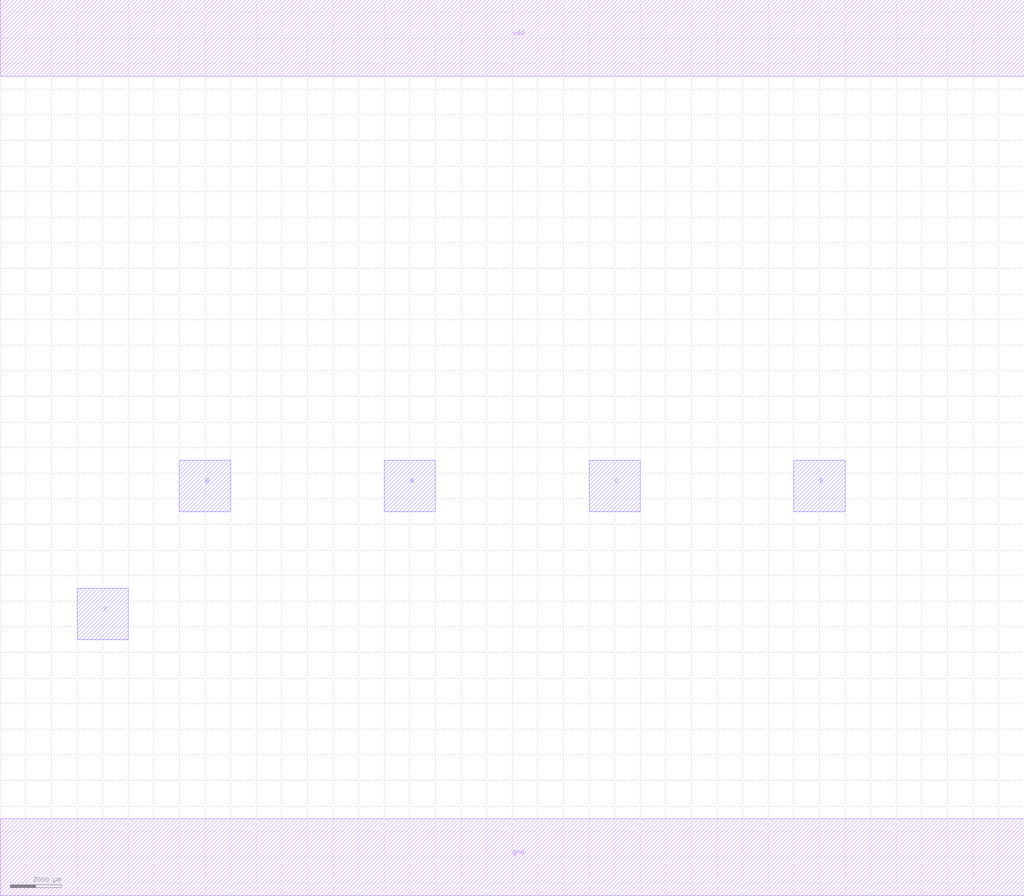
<source format=lef>
MACRO AOI22X1
 CLASS CORE ;
 ORIGIN 0 0 ;
 FOREIGN AOI22X1 0 0 ;
 SITE CORE ;
 SYMMETRY X Y R90 ;
  PIN vdd
   DIRECTION INOUT ;
   USE SIGNAL ;
   SHAPE ABUTMENT ;
    PORT
     CLASS CORE ;
       LAYER metal1 ;
        RECT 0.00000000 30500.00000000 40000.00000000 33500.00000000 ;
    END
  END vdd

  PIN gnd
   DIRECTION INOUT ;
   USE SIGNAL ;
   SHAPE ABUTMENT ;
    PORT
     CLASS CORE ;
       LAYER metal1 ;
        RECT 0.00000000 -1500.00000000 40000.00000000 1500.00000000 ;
    END
  END gnd

  PIN B
   DIRECTION INOUT ;
   USE SIGNAL ;
   SHAPE ABUTMENT ;
    PORT
     CLASS CORE ;
       LAYER metal2 ;
        RECT 7000.00000000 13500.00000000 9000.00000000 15500.00000000 ;
    END
  END B

  PIN A
   DIRECTION INOUT ;
   USE SIGNAL ;
   SHAPE ABUTMENT ;
    PORT
     CLASS CORE ;
       LAYER metal2 ;
        RECT 15000.00000000 13500.00000000 17000.00000000 15500.00000000 ;
    END
  END A

  PIN C
   DIRECTION INOUT ;
   USE SIGNAL ;
   SHAPE ABUTMENT ;
    PORT
     CLASS CORE ;
       LAYER metal2 ;
        RECT 23000.00000000 13500.00000000 25000.00000000 15500.00000000 ;
    END
  END C

  PIN D
   DIRECTION INOUT ;
   USE SIGNAL ;
   SHAPE ABUTMENT ;
    PORT
     CLASS CORE ;
       LAYER metal2 ;
        RECT 31000.00000000 13500.00000000 33000.00000000 15500.00000000 ;
    END
  END D

  PIN Y
   DIRECTION INOUT ;
   USE SIGNAL ;
   SHAPE ABUTMENT ;
    PORT
     CLASS CORE ;
       LAYER metal2 ;
        RECT 3000.00000000 8500.00000000 5000.00000000 10500.00000000 ;
    END
  END Y


END AOI22X1

</source>
